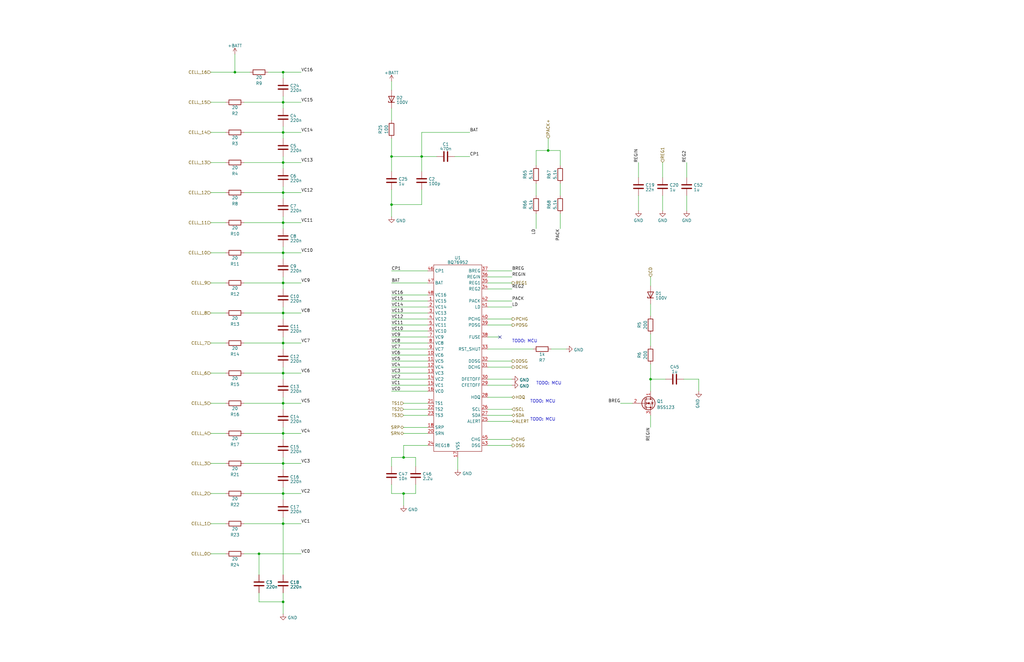
<source format=kicad_sch>
(kicad_sch (version 20230121) (generator eeschema)
  (paper "B")
  (title_block (title "Protection and Balancing") (date "2022-10-30") (rev "Rev 0") (company "QTech BMS Dept"))
  (lib_symbols
    (symbol "Device:C" (pin_numbers hide) (pin_names (offset 0.254))
      (property "Reference" "C" (at 0.635 2.54 0))
      (property "Value" "C" (at 0.635 -2.54 0))
      (symbol "C_0_1"
        (polyline (pts (xy -2.032 -0.762) (xy 2.032 -0.762)) (stroke (width 0.508)))
        (polyline (pts (xy -2.032 0.762) (xy 2.032 0.762)) (stroke (width 0.508)))
      )
      (symbol "C_1_1"
        (pin passive line (at 0 3.81 270) (length 2.794) (name "~") (number "1"))
        (pin passive line (at 0 -3.81 90) (length 2.794) (name "~") (number "2"))
      )
    )
    (symbol "Device:D_Zener" (pin_numbers hide) (pin_names (offset 1.016) hide)
      (property "Reference" "D" (at 0 2.54 0))
      (property "Value" "D_Zener" (at 0 -2.54 0))
      (symbol "D_Zener_0_1"
        (polyline (pts (xy 1.27 0) (xy -1.27 0)))
        (polyline (pts (xy -1.27 -1.27) (xy -1.27 1.27) (xy -0.762 1.27)) (stroke (width 0.254)))
        (polyline (pts (xy 1.27 -1.27) (xy 1.27 1.27) (xy -1.27 0) (xy 1.27 -1.27)) (stroke (width 0.254)))
      )
      (symbol "D_Zener_1_1"
        (pin passive line (at -3.81 0 0) (length 2.54) (name "K") (number "1"))
        (pin passive line (at 3.81 0 180) (length 2.54) (name "A") (number "2"))
      )
    )
    (symbol "Device:Q_NMOS_DGS" (pin_names (offset 0) hide)
      (property "Reference" "Q" (at 5.08 1.27 0))
      (property "Value" "Q_NMOS_DGS" (at 5.08 -1.27 0))
      (symbol "Q_NMOS_DGS_0_1"
        (polyline (pts (xy 0.254 0) (xy -2.54 0)))
        (polyline (pts (xy 0.254 1.905) (xy 0.254 -1.905)) (stroke (width 0.254)))
        (polyline (pts (xy 0.762 -1.27) (xy 0.762 -2.286)) (stroke (width 0.254)))
        (polyline (pts (xy 0.762 0.508) (xy 0.762 -0.508)) (stroke (width 0.254)))
        (polyline (pts (xy 0.762 2.286) (xy 0.762 1.27)) (stroke (width 0.254)))
        (polyline (pts (xy 2.54 2.54) (xy 2.54 1.778)))
        (polyline (pts (xy 2.54 -2.54) (xy 2.54 0) (xy 0.762 0)))
        (polyline (pts (xy 0.762 -1.778) (xy 3.302 -1.778) (xy 3.302 1.778) (xy 0.762 1.778)))
        (polyline (pts (xy 1.016 0) (xy 2.032 0.381) (xy 2.032 -0.381) (xy 1.016 0)) (fill (type outline)))
        (polyline (pts (xy 2.794 0.508) (xy 2.921 0.381) (xy 3.683 0.381) (xy 3.81 0.254)))
        (polyline (pts (xy 3.302 0.381) (xy 2.921 -0.254) (xy 3.683 -0.254) (xy 3.302 0.381)))
        (circle (center 1.651 0) (radius 2.794) (stroke (width 0.254)))
        (circle (center 2.54 -1.778) (radius 0.254) (fill (type outline)))
        (circle (center 2.54 1.778) (radius 0.254) (fill (type outline)))
      )
      (symbol "Q_NMOS_DGS_1_1"
        (pin passive line (at 2.54 5.08 270) (length 2.54) (name "D") (number "1"))
        (pin input line (at -5.08 0 0) (length 2.54) (name "G") (number "2"))
        (pin passive line (at 2.54 -5.08 90) (length 2.54) (name "S") (number "3"))
      )
    )
    (symbol "Device:R" (pin_numbers hide) (pin_names (offset 0))
      (property "Reference" "R" (at 2.032 0 90))
      (property "Value" "R" (at 0 0 90))
      (symbol "R_0_1"
        (rectangle (start -1.016 -2.54) (end 1.016 2.54) (stroke (width 0.254)))
      )
      (symbol "R_1_1"
        (pin passive line (at 0 3.81 270) (length 1.27) (name "~") (number "1"))
        (pin passive line (at 0 -3.81 90) (length 1.27) (name "~") (number "2"))
      )
    )
    (symbol "power:+BATT" (power) (pin_names (offset 0))
      (property "Value" "+BATT" (at 0 3.556 0))
      (symbol "+BATT_0_1"
        (polyline (pts (xy -0.762 1.27) (xy 0 2.54)))
        (polyline (pts (xy 0 0) (xy 0 2.54)))
        (polyline (pts (xy 0 2.54) (xy 0.762 1.27)))
      )
      (symbol "+BATT_1_1"
        (pin power_in line (at 0 0 90) (length 0) hide (name "+BATT") (number "1"))
      )
    )
    (symbol "power:GND" (power) (pin_names (offset 0))
      (property "Value" "GND" (at 0 -3.81 0))
      (symbol "GND_0_1"
        (polyline (pts (xy 0 0) (xy 0 -1.27) (xy 1.27 -1.27) (xy 0 -2.54) (xy -1.27 -1.27) (xy 0 -1.27)))
      )
      (symbol "GND_1_1"
        (pin power_in line (at 0 0 270) (length 0) hide (name "GND") (number "1"))
      )
    )
    (symbol "qtech:BQ76952"
      (property "Reference" "U" (at 0 34.29 0))
      (property "Value" "BQ76952" (at 0 31.75 0))
      (symbol "BQ76952_0_1"
        (rectangle (start -10.16 30.48) (end 10.16 -48.26) (stroke (width 0.1524)))
      )
      (symbol "BQ76952_1_1"
        (pin bidirectional line (at -12.7 15.24 0) (length 2.54) (name "VC15") (number "1"))
        (pin bidirectional line (at -12.7 -7.62 0) (length 2.54) (name "VC6") (number "10"))
        (pin bidirectional line (at -12.7 -10.16 0) (length 2.54) (name "VC5") (number "11"))
        (pin bidirectional line (at -12.7 -12.7 0) (length 2.54) (name "VC4") (number "12"))
        (pin bidirectional line (at -12.7 -15.24 0) (length 2.54) (name "VC3") (number "13"))
        (pin bidirectional line (at -12.7 -17.78 0) (length 2.54) (name "VC2") (number "14"))
        (pin bidirectional line (at -12.7 -20.32 0) (length 2.54) (name "VC1") (number "15"))
        (pin bidirectional line (at -12.7 -22.86 0) (length 2.54) (name "VC0") (number "16"))
        (pin power_in line (at 0 -50.8 90) (length 2.54) (name "VSS") (number "17"))
        (pin input line (at -12.7 -38.1 0) (length 2.54) (name "SRP") (number "18"))
        (pin no_connect line (at 40.64 12.7 180) (length 2.54) hide (name "NC") (number "19"))
        (pin bidirectional line (at -12.7 12.7 0) (length 2.54) (name "VC14") (number "2"))
        (pin input line (at -12.7 -40.64 0) (length 2.54) (name "SRN") (number "20"))
        (pin bidirectional line (at -12.7 -27.94 0) (length 2.54) (name "TS1") (number "21"))
        (pin bidirectional line (at -12.7 -30.48 0) (length 2.54) (name "TS2") (number "22"))
        (pin bidirectional line (at -12.7 -33.02 0) (length 2.54) (name "TS3") (number "23"))
        (pin power_out line (at -12.7 -45.72 0) (length 2.54) (name "REG18") (number "24"))
        (pin bidirectional line (at 12.7 -35.56 180) (length 2.54) (name "ALERT") (number "25"))
        (pin input line (at 12.7 -30.48 180) (length 2.54) (name "SCL") (number "26"))
        (pin input line (at 12.7 -33.02 180) (length 2.54) (name "SDA") (number "27"))
        (pin bidirectional line (at 12.7 -25.4 180) (length 2.54) (name "HDQ") (number "28"))
        (pin bidirectional line (at 12.7 -20.32 180) (length 2.54) (name "CFETOFF") (number "29"))
        (pin bidirectional line (at -12.7 10.16 0) (length 2.54) (name "VC13") (number "3"))
        (pin bidirectional line (at 12.7 -17.78 180) (length 2.54) (name "DFETOFF") (number "30"))
        (pin bidirectional line (at 12.7 -12.7 180) (length 2.54) (name "DCHG") (number "31"))
        (pin bidirectional line (at 12.7 -10.16 180) (length 2.54) (name "DDSG") (number "32"))
        (pin input line (at 12.7 -5.08 180) (length 2.54) (name "RST_SHUT") (number "33"))
        (pin power_out line (at 12.7 20.32 180) (length 2.54) (name "REG2") (number "34"))
        (pin power_out line (at 12.7 22.86 180) (length 2.54) (name "REG1") (number "35"))
        (pin power_in line (at 12.7 25.4 180) (length 2.54) (name "REGIN") (number "36"))
        (pin output line (at 12.7 27.94 180) (length 2.54) (name "BREG") (number "37"))
        (pin bidirectional line (at 12.7 0 180) (length 2.54) (name "FUSE") (number "38"))
        (pin output line (at 12.7 5.08 180) (length 2.54) (name "PDSG") (number "39"))
        (pin bidirectional line (at -12.7 7.62 0) (length 2.54) (name "VC12") (number "4"))
        (pin output line (at 12.7 7.62 180) (length 2.54) (name "PCHG") (number "40"))
        (pin bidirectional line (at 12.7 12.7 180) (length 2.54) (name "LD") (number "41"))
        (pin input line (at 12.7 15.24 180) (length 2.54) (name "PACK") (number "42"))
        (pin output line (at 12.7 -45.72 180) (length 2.54) (name "DSG") (number "43"))
        (pin no_connect line (at 40.64 10.16 180) (length 2.54) hide (name "NC") (number "44"))
        (pin output line (at 12.7 -43.18 180) (length 2.54) (name "CHG") (number "45"))
        (pin bidirectional line (at -12.7 27.94 0) (length 2.54) (name "CP1") (number "46"))
        (pin input line (at -12.7 22.86 0) (length 2.54) (name "BAT") (number "47"))
        (pin bidirectional line (at -12.7 17.78 0) (length 2.54) (name "VC16") (number "48"))
        (pin bidirectional line (at -12.7 5.08 0) (length 2.54) (name "VC11") (number "5"))
        (pin bidirectional line (at -12.7 2.54 0) (length 2.54) (name "VC10") (number "6"))
        (pin bidirectional line (at -12.7 0 0) (length 2.54) (name "VC9") (number "7"))
        (pin bidirectional line (at -12.7 -2.54 0) (length 2.54) (name "VC8") (number "8"))
        (pin bidirectional line (at -12.7 -5.08 0) (length 2.54) (name "VC7") (number "9"))
      )
    )
  )
  (junction (at 165.1 66.04))
  (junction (at 119.38 68.58))
  (junction (at 119.38 208.28))
  (junction (at 231.14 63.5))
  (junction (at 165.1 86.36))
  (junction (at 170.18 193.04))
  (junction (at 274.32 160.02))
  (junction (at 119.38 81.28))
  (junction (at 170.18 208.28))
  (junction (at 99.06 30.48))
  (junction (at 119.38 132.08))
  (junction (at 119.38 182.88))
  (junction (at 119.38 30.48))
  (junction (at 177.8 66.04))
  (junction (at 119.38 220.98))
  (junction (at 119.38 170.18))
  (junction (at 109.22 233.68))
  (junction (at 119.38 157.48))
  (junction (at 119.38 93.98))
  (junction (at 119.38 254))
  (junction (at 119.38 106.68))
  (junction (at 119.38 55.88))
  (junction (at 119.38 195.58))
  (junction (at 119.38 43.18))
  (junction (at 119.38 119.38))
  (junction (at 119.38 144.78))
  (no_connect (at 210.82 142.24))
  (wire (pts (xy 165.1 149.86) (xy 180.34 149.86)))
  (wire (pts (xy 191.77 66.04) (xy 198.12 66.04)))
  (wire (pts (xy 165.1 160.02) (xy 180.34 160.02)))
  (wire (pts (xy 88.9 195.58) (xy 95.25 195.58)))
  (wire (pts (xy 102.87 170.18) (xy 119.38 170.18)))
  (wire (pts (xy 274.32 128.27) (xy 274.32 133.35)))
  (wire (pts (xy 236.22 69.85) (xy 236.22 63.5)))
  (wire (pts (xy 102.87 43.18) (xy 119.38 43.18)))
  (wire (pts (xy 205.74 172.72) (xy 215.9 172.72)))
  (wire (pts (xy 119.38 55.88) (xy 119.38 58.42)))
  (wire (pts (xy 205.74 154.94) (xy 215.9 154.94)))
  (wire (pts (xy 175.26 196.85) (xy 175.26 193.04)))
  (wire (pts (xy 205.74 129.54) (xy 215.9 129.54)))
  (wire (pts (xy 177.8 66.04) (xy 177.8 55.88)))
  (wire (pts (xy 119.38 116.84) (xy 119.38 119.38)))
  (wire (pts (xy 88.9 81.28) (xy 95.25 81.28)))
  (wire (pts (xy 205.74 147.32) (xy 224.79 147.32)))
  (wire (pts (xy 119.38 68.58) (xy 119.38 71.12)))
  (wire (pts (xy 165.1 137.16) (xy 180.34 137.16)))
  (wire (pts (xy 119.38 254) (xy 119.38 259.08)))
  (wire (pts (xy 177.8 72.39) (xy 177.8 66.04)))
  (wire (pts (xy 232.41 147.32) (xy 238.76 147.32)))
  (wire (pts (xy 165.1 129.54) (xy 180.34 129.54)))
  (wire (pts (xy 180.34 182.88) (xy 170.18 182.88)))
  (wire (pts (xy 269.24 68.58) (xy 269.24 74.93)))
  (wire (pts (xy 119.38 205.74) (xy 119.38 208.28)))
  (wire (pts (xy 99.06 22.86) (xy 99.06 30.48)))
  (wire (pts (xy 165.1 132.08) (xy 180.34 132.08)))
  (wire (pts (xy 226.06 77.47) (xy 226.06 82.55)))
  (wire (pts (xy 119.38 167.64) (xy 119.38 170.18)))
  (wire (pts (xy 102.87 233.68) (xy 109.22 233.68)))
  (wire (pts (xy 165.1 80.01) (xy 165.1 86.36)))
  (wire (pts (xy 274.32 160.02) (xy 280.67 160.02)))
  (wire (pts (xy 119.38 157.48) (xy 127 157.48)))
  (wire (pts (xy 205.74 177.8) (xy 215.9 177.8)))
  (wire (pts (xy 205.74 116.84) (xy 215.9 116.84)))
  (wire (pts (xy 170.18 208.28) (xy 175.26 208.28)))
  (wire (pts (xy 109.22 233.68) (xy 127 233.68)))
  (wire (pts (xy 205.74 137.16) (xy 215.9 137.16)))
  (wire (pts (xy 119.38 132.08) (xy 119.38 134.62)))
  (wire (pts (xy 113.03 30.48) (xy 119.38 30.48)))
  (wire (pts (xy 119.38 66.04) (xy 119.38 68.58)))
  (wire (pts (xy 170.18 187.96) (xy 170.18 193.04)))
  (wire (pts (xy 193.04 193.04) (xy 193.04 198.12)))
  (wire (pts (xy 274.32 153.67) (xy 274.32 160.02)))
  (wire (pts (xy 119.38 250.19) (xy 119.38 254)))
  (wire (pts (xy 279.4 68.58) (xy 279.4 74.93)))
  (wire (pts (xy 88.9 170.18) (xy 95.25 170.18)))
  (wire (pts (xy 119.38 218.44) (xy 119.38 220.98)))
  (wire (pts (xy 119.38 157.48) (xy 119.38 160.02)))
  (wire (pts (xy 205.74 134.62) (xy 215.9 134.62)))
  (wire (pts (xy 119.38 68.58) (xy 127 68.58)))
  (wire (pts (xy 88.9 93.98) (xy 95.25 93.98)))
  (wire (pts (xy 99.06 30.48) (xy 105.41 30.48)))
  (wire (pts (xy 109.22 250.19) (xy 109.22 254)))
  (wire (pts (xy 119.38 180.34) (xy 119.38 182.88)))
  (wire (pts (xy 88.9 30.48) (xy 99.06 30.48)))
  (wire (pts (xy 165.1 34.29) (xy 165.1 38.1)))
  (wire (pts (xy 88.9 43.18) (xy 95.25 43.18)))
  (wire (pts (xy 119.38 195.58) (xy 127 195.58)))
  (wire (pts (xy 294.64 160.02) (xy 294.64 165.1)))
  (wire (pts (xy 170.18 193.04) (xy 165.1 193.04)))
  (wire (pts (xy 266.7 170.18) (xy 261.62 170.18)))
  (wire (pts (xy 119.38 93.98) (xy 119.38 96.52)))
  (wire (pts (xy 289.56 82.55) (xy 289.56 88.9)))
  (wire (pts (xy 88.9 68.58) (xy 95.25 68.58)))
  (wire (pts (xy 170.18 208.28) (xy 170.18 213.36)))
  (wire (pts (xy 288.29 160.02) (xy 294.64 160.02)))
  (wire (pts (xy 236.22 96.52) (xy 236.22 90.17)))
  (wire (pts (xy 119.38 208.28) (xy 127 208.28)))
  (wire (pts (xy 88.9 119.38) (xy 95.25 119.38)))
  (wire (pts (xy 205.74 152.4) (xy 215.9 152.4)))
  (wire (pts (xy 119.38 30.48) (xy 127 30.48)))
  (wire (pts (xy 119.38 220.98) (xy 127 220.98)))
  (wire (pts (xy 205.74 119.38) (xy 215.9 119.38)))
  (wire (pts (xy 119.38 144.78) (xy 127 144.78)))
  (wire (pts (xy 180.34 180.34) (xy 170.18 180.34)))
  (wire (pts (xy 102.87 68.58) (xy 119.38 68.58)))
  (wire (pts (xy 180.34 172.72) (xy 170.18 172.72)))
  (wire (pts (xy 165.1 86.36) (xy 177.8 86.36)))
  (wire (pts (xy 165.1 66.04) (xy 177.8 66.04)))
  (wire (pts (xy 231.14 63.5) (xy 236.22 63.5)))
  (wire (pts (xy 102.87 132.08) (xy 119.38 132.08)))
  (wire (pts (xy 226.06 63.5) (xy 226.06 69.85)))
  (wire (pts (xy 102.87 81.28) (xy 119.38 81.28)))
  (wire (pts (xy 177.8 55.88) (xy 198.12 55.88)))
  (wire (pts (xy 279.4 82.55) (xy 279.4 88.9)))
  (wire (pts (xy 102.87 220.98) (xy 119.38 220.98)))
  (wire (pts (xy 205.74 114.3) (xy 215.9 114.3)))
  (wire (pts (xy 119.38 78.74) (xy 119.38 81.28)))
  (wire (pts (xy 88.9 157.48) (xy 95.25 157.48)))
  (wire (pts (xy 102.87 106.68) (xy 119.38 106.68)))
  (wire (pts (xy 165.1 204.47) (xy 165.1 208.28)))
  (wire (pts (xy 165.1 58.42) (xy 165.1 66.04)))
  (wire (pts (xy 102.87 93.98) (xy 119.38 93.98)))
  (wire (pts (xy 88.9 106.68) (xy 95.25 106.68)))
  (wire (pts (xy 102.87 157.48) (xy 119.38 157.48)))
  (wire (pts (xy 269.24 82.55) (xy 269.24 88.9)))
  (wire (pts (xy 274.32 140.97) (xy 274.32 146.05)))
  (wire (pts (xy 119.38 40.64) (xy 119.38 43.18)))
  (wire (pts (xy 205.74 160.02) (xy 215.9 160.02)))
  (wire (pts (xy 175.26 208.28) (xy 175.26 204.47)))
  (wire (pts (xy 205.74 121.92) (xy 215.9 121.92)))
  (wire (pts (xy 165.1 142.24) (xy 180.34 142.24)))
  (wire (pts (xy 165.1 208.28) (xy 170.18 208.28)))
  (wire (pts (xy 102.87 195.58) (xy 119.38 195.58)))
  (wire (pts (xy 88.9 144.78) (xy 95.25 144.78)))
  (wire (pts (xy 165.1 66.04) (xy 165.1 72.39)))
  (wire (pts (xy 119.38 55.88) (xy 127 55.88)))
  (wire (pts (xy 119.38 182.88) (xy 127 182.88)))
  (wire (pts (xy 165.1 124.46) (xy 180.34 124.46)))
  (wire (pts (xy 205.74 162.56) (xy 215.9 162.56)))
  (wire (pts (xy 88.9 220.98) (xy 95.25 220.98)))
  (wire (pts (xy 119.38 81.28) (xy 119.38 83.82)))
  (wire (pts (xy 119.38 119.38) (xy 119.38 121.92)))
  (wire (pts (xy 289.56 68.58) (xy 289.56 74.93)))
  (wire (pts (xy 165.1 127) (xy 180.34 127)))
  (wire (pts (xy 119.38 43.18) (xy 127 43.18)))
  (wire (pts (xy 236.22 82.55) (xy 236.22 77.47)))
  (wire (pts (xy 274.32 160.02) (xy 274.32 165.1)))
  (wire (pts (xy 119.38 220.98) (xy 119.38 242.57)))
  (wire (pts (xy 119.38 142.24) (xy 119.38 144.78)))
  (wire (pts (xy 119.38 195.58) (xy 119.38 198.12)))
  (wire (pts (xy 102.87 182.88) (xy 119.38 182.88)))
  (wire (pts (xy 274.32 175.26) (xy 274.32 180.34)))
  (wire (pts (xy 119.38 106.68) (xy 119.38 109.22)))
  (wire (pts (xy 119.38 193.04) (xy 119.38 195.58)))
  (wire (pts (xy 165.1 45.72) (xy 165.1 50.8)))
  (wire (pts (xy 88.9 132.08) (xy 95.25 132.08)))
  (wire (pts (xy 119.38 144.78) (xy 119.38 147.32)))
  (wire (pts (xy 109.22 233.68) (xy 109.22 242.57)))
  (wire (pts (xy 119.38 93.98) (xy 127 93.98)))
  (wire (pts (xy 119.38 43.18) (xy 119.38 45.72)))
  (wire (pts (xy 102.87 208.28) (xy 119.38 208.28)))
  (wire (pts (xy 102.87 144.78) (xy 119.38 144.78)))
  (wire (pts (xy 165.1 134.62) (xy 180.34 134.62)))
  (wire (pts (xy 119.38 132.08) (xy 127 132.08)))
  (wire (pts (xy 88.9 55.88) (xy 95.25 55.88)))
  (wire (pts (xy 102.87 55.88) (xy 119.38 55.88)))
  (wire (pts (xy 119.38 104.14) (xy 119.38 106.68)))
  (wire (pts (xy 119.38 170.18) (xy 119.38 172.72)))
  (wire (pts (xy 109.22 254) (xy 119.38 254)))
  (wire (pts (xy 231.14 63.5) (xy 231.14 58.42)))
  (wire (pts (xy 175.26 193.04) (xy 170.18 193.04)))
  (wire (pts (xy 205.74 185.42) (xy 215.9 185.42)))
  (wire (pts (xy 177.8 86.36) (xy 177.8 80.01)))
  (wire (pts (xy 165.1 193.04) (xy 165.1 196.85)))
  (wire (pts (xy 226.06 63.5) (xy 231.14 63.5)))
  (wire (pts (xy 205.74 175.26) (xy 215.9 175.26)))
  (wire (pts (xy 88.9 208.28) (xy 95.25 208.28)))
  (wire (pts (xy 119.38 81.28) (xy 127 81.28)))
  (wire (pts (xy 119.38 91.44) (xy 119.38 93.98)))
  (wire (pts (xy 165.1 165.1) (xy 180.34 165.1)))
  (wire (pts (xy 119.38 208.28) (xy 119.38 210.82)))
  (wire (pts (xy 165.1 139.7) (xy 180.34 139.7)))
  (wire (pts (xy 205.74 142.24) (xy 210.82 142.24)))
  (wire (pts (xy 165.1 144.78) (xy 180.34 144.78)))
  (wire (pts (xy 165.1 152.4) (xy 180.34 152.4)))
  (wire (pts (xy 165.1 86.36) (xy 165.1 91.44)))
  (wire (pts (xy 119.38 154.94) (xy 119.38 157.48)))
  (wire (pts (xy 205.74 127) (xy 215.9 127)))
  (wire (pts (xy 119.38 129.54) (xy 119.38 132.08)))
  (wire (pts (xy 205.74 187.96) (xy 215.9 187.96)))
  (wire (pts (xy 165.1 114.3) (xy 180.34 114.3)))
  (wire (pts (xy 170.18 187.96) (xy 180.34 187.96)))
  (wire (pts (xy 102.87 119.38) (xy 119.38 119.38)))
  (wire (pts (xy 180.34 175.26) (xy 170.18 175.26)))
  (wire (pts (xy 119.38 30.48) (xy 119.38 33.02)))
  (wire (pts (xy 226.06 90.17) (xy 226.06 96.52)))
  (wire (pts (xy 180.34 170.18) (xy 170.18 170.18)))
  (wire (pts (xy 88.9 233.68) (xy 95.25 233.68)))
  (wire (pts (xy 119.38 182.88) (xy 119.38 185.42)))
  (wire (pts (xy 165.1 154.94) (xy 180.34 154.94)))
  (wire (pts (xy 165.1 162.56) (xy 180.34 162.56)))
  (wire (pts (xy 119.38 53.34) (xy 119.38 55.88)))
  (wire (pts (xy 165.1 119.38) (xy 180.34 119.38)))
  (wire (pts (xy 119.38 170.18) (xy 127 170.18)))
  (wire (pts (xy 205.74 167.64) (xy 215.9 167.64)))
  (wire (pts (xy 177.8 66.04) (xy 184.15 66.04)))
  (wire (pts (xy 165.1 157.48) (xy 180.34 157.48)))
  (wire (pts (xy 119.38 119.38) (xy 127 119.38)))
  (wire (pts (xy 88.9 182.88) (xy 95.25 182.88)))
  (wire (pts (xy 274.32 116.84) (xy 274.32 120.65)))
  (wire (pts (xy 165.1 147.32) (xy 180.34 147.32)))
  (wire (pts (xy 119.38 106.68) (xy 127 106.68)))
  (text "TODO: MCU" (at 226.06 162.56 0) (effects (font (size 1.27 1.27)) (justify left bottom)))
  (text "TODO: MCU" (at 223.52 170.18 0) (effects (font (size 1.27 1.27)) (justify left bottom)))
  (text "TODO: MCU" (at 215.9 144.78 0) (effects (font (size 1.27 1.27)) (justify left bottom)))
  (text "TODO: MCU" (at 223.52 177.8 0) (effects (font (size 1.27 1.27)) (justify left bottom)))
  (label "VC7" (at 127 144.78 0))
  (label "VC4" (at 165.1 154.94 0))
  (label "BAT" (at 198.12 55.88 0))
  (label "LD" (at 226.06 96.52 270))
  (label "VC1" (at 127 220.98 0))
  (label "VC5" (at 127 170.18 0))
  (label "VC0" (at 127 233.68 0))
  (label "VC15" (at 127 43.18 0))
  (label "LD" (at 215.9 129.54 0))
  (label "BAT" (at 165.1 119.38 0))
  (label "VC10" (at 165.1 139.7 0))
  (label "VC3" (at 127 195.58 0))
  (label "VC15" (at 165.1 127 0))
  (label "REGIN" (at 269.24 68.58 90))
  (label "PACK" (at 215.9 127 0))
  (label "VC3" (at 165.1 157.48 0))
  (label "REGIN" (at 215.9 116.84 0))
  (label "VC14" (at 165.1 129.54 0))
  (label "VC0" (at 165.1 165.1 0))
  (label "VC6" (at 165.1 149.86 0))
  (label "VC16" (at 165.1 124.46 0))
  (label "VC13" (at 165.1 132.08 0))
  (label "VC6" (at 127 157.48 0))
  (label "VC4" (at 127 182.88 0))
  (label "CP1" (at 198.12 66.04 0))
  (label "VC16" (at 127 30.48 0))
  (label "VC7" (at 165.1 147.32 0))
  (label "VC12" (at 165.1 134.62 0))
  (label "VC1" (at 165.1 162.56 0))
  (label "VC12" (at 127 81.28 0))
  (label "VC9" (at 165.1 142.24 0))
  (label "VC10" (at 127 106.68 0))
  (label "BREG" (at 261.62 170.18 180))
  (label "VC13" (at 127 68.58 0))
  (label "VC11" (at 127 93.98 0))
  (label "VC11" (at 165.1 137.16 0))
  (label "CP1" (at 165.1 114.3 0))
  (label "VC9" (at 127 119.38 0))
  (label "PACK" (at 236.22 96.52 270))
  (label "REG2" (at 215.9 121.92 0))
  (label "BREG" (at 215.9 114.3 0))
  (label "VC8" (at 127 132.08 0))
  (label "VC2" (at 165.1 160.02 0))
  (label "VC5" (at 165.1 152.4 0))
  (label "REGIN" (at 274.32 180.34 270))
  (label "VC14" (at 127 55.88 0))
  (label "VC8" (at 165.1 144.78 0))
  (label "REG2" (at 289.56 68.58 90))
  (label "VC2" (at 127 208.28 0))
  (hierarchical_label "PDSG" (shape output) (at 215.9 137.16 0))
  (hierarchical_label "SRP" (shape bidirectional) (at 170.18 180.34 180))
  (hierarchical_label "DSG" (shape output) (at 215.9 187.96 0))
  (hierarchical_label "CELL_13" (shape input) (at 88.9 68.58 180))
  (hierarchical_label "CELL_2" (shape input) (at 88.9 208.28 180))
  (hierarchical_label "CELL_14" (shape input) (at 88.9 55.88 180))
  (hierarchical_label "CELL_0" (shape input) (at 88.9 233.68 180))
  (hierarchical_label "CELL_15" (shape input) (at 88.9 43.18 180))
  (hierarchical_label "CELL_9" (shape input) (at 88.9 119.38 180))
  (hierarchical_label "REG1" (shape input) (at 279.4 68.58 90))
  (hierarchical_label "CELL_5" (shape input) (at 88.9 170.18 180))
  (hierarchical_label "CELL_3" (shape input) (at 88.9 195.58 180))
  (hierarchical_label "TS1" (shape input) (at 170.18 170.18 180))
  (hierarchical_label "TS2" (shape input) (at 170.18 172.72 180))
  (hierarchical_label "CELL_16" (shape input) (at 88.9 30.48 180))
  (hierarchical_label "CELL_10" (shape input) (at 88.9 106.68 180))
  (hierarchical_label "SCL" (shape input) (at 215.9 172.72 0))
  (hierarchical_label "CELL_7" (shape input) (at 88.9 144.78 180))
  (hierarchical_label "CELL_1" (shape input) (at 88.9 220.98 180))
  (hierarchical_label "CELL_4" (shape input) (at 88.9 182.88 180))
  (hierarchical_label "PACK+" (shape input) (at 231.14 58.42 90))
  (hierarchical_label "DDSG" (shape output) (at 215.9 152.4 0))
  (hierarchical_label "SRN" (shape bidirectional) (at 170.18 182.88 180))
  (hierarchical_label "DCHG" (shape output) (at 215.9 154.94 0))
  (hierarchical_label "PCHG" (shape output) (at 215.9 134.62 0))
  (hierarchical_label "TS3" (shape input) (at 170.18 175.26 180))
  (hierarchical_label "REG1" (shape output) (at 215.9 119.38 0))
  (hierarchical_label "SDA" (shape bidirectional) (at 215.9 175.26 0))
  (hierarchical_label "CHG" (shape output) (at 215.9 185.42 0))
  (hierarchical_label "CELL_11" (shape input) (at 88.9 93.98 180))
  (hierarchical_label "CELL_8" (shape input) (at 88.9 132.08 180))
  (hierarchical_label "HDQ" (shape bidirectional) (at 215.9 167.64 0))
  (hierarchical_label "ALERT" (shape bidirectional) (at 215.9 177.8 0))
  (hierarchical_label "CD" (shape input) (at 274.32 116.84 90))
  (hierarchical_label "CELL_12" (shape input) (at 88.9 81.28 180))
  (hierarchical_label "CELL_6" (shape input) (at 88.9 157.48 180))
  (symbol (lib_id "Device:R") (at 236.22 73.66 180) (unit 1)
    (property "Reference" "R67" (at 231.5042 73.66 90))
    (property "Value" "5.1k" (at 234.0411 73.66 90))
    (property "Footprint" "Resistor_SMD:R_0805_2012Metric" (effects hide))
  )
  (symbol (lib_id "Device:C") (at 269.24 78.74 180) (unit 1)
    (property "Reference" "C19" (at 272.161 78.0963 0) (effects (justify right)))
    (property "Value" "22n" (at 272.161 80.0173 0) (effects (justify right)))
    (property "Footprint" "Capacitor_SMD:C_0603_1608Metric" (effects hide))
    (property "Src_Value" "C_ine" (effects hide))
    (property "Src_Page" "20" (effects hide))
  )
  (symbol (lib_id "Device:R") (at 99.06 43.18 270) (unit 1)
    (property "Reference" "R2" (at 99.06 47.8958 90))
    (property "Value" "20" (at 99.06 45.3589 90))
    (property "Footprint" "Resistor_SMD:R_1210_3225Metric" (effects hide))
  )
  (symbol (lib_id "Device:R") (at 226.06 86.36 180) (unit 1)
    (property "Reference" "R66" (at 221.3442 86.36 90))
    (property "Value" "5.1k" (at 223.8811 86.36 90))
    (property "Footprint" "Resistor_SMD:R_0805_2012Metric" (effects hide))
  )
  (symbol (lib_id "Device:R") (at 99.06 119.38 270) (unit 1)
    (property "Reference" "R12" (at 99.06 124.0958 90))
    (property "Value" "20" (at 99.06 121.5589 90))
    (property "Footprint" "Resistor_SMD:R_1210_3225Metric" (effects hide))
  )
  (symbol (lib_id "Device:R") (at 99.06 132.08 270) (unit 1)
    (property "Reference" "R13" (at 99.06 136.7958 90))
    (property "Value" "20" (at 99.06 134.2589 90))
    (property "Footprint" "Resistor_SMD:R_1210_3225Metric" (effects hide))
  )
  (symbol (lib_id "Device:C") (at 119.38 113.03 0) (unit 1)
    (property "Reference" "C9" (at 122.301 112.3863 0) (effects (justify left)))
    (property "Value" "220n" (at 122.301 114.3073 0) (effects (justify left)))
    (property "Footprint" "Capacitor_SMD:C_0603_1608Metric" (effects hide))
    (property "Src_Value" "C_ine" (effects hide))
    (property "Src_Page" "20" (effects hide))
  )
  (symbol (lib_id "Device:D_Zener") (at 165.1 41.91 90) (unit 1)
    (property "Reference" "D2" (at 167.132 41.2663 90) (effects (justify right)))
    (property "Value" "100V" (at 167.132 43.1873 90) (effects (justify right)))
    (property "Footprint" "Diode_SMD:D_SMB" (effects hide))
  )
  (symbol (lib_id "Device:C") (at 165.1 76.2 180) (unit 1)
    (property "Reference" "C25" (at 168.021 75.5563 0) (effects (justify right)))
    (property "Value" "1u" (at 168.021 77.4773 0) (effects (justify right)))
    (property "Footprint" "Capacitor_SMD:C_0603_1608Metric" (effects hide))
    (property "Src_Value" "C_ine" (effects hide))
    (property "Src_Page" "20" (effects hide))
  )
  (symbol (lib_id "Device:R") (at 99.06 208.28 270) (unit 1)
    (property "Reference" "R22" (at 99.06 212.9958 90))
    (property "Value" "20" (at 99.06 210.4589 90))
    (property "Footprint" "Resistor_SMD:R_1210_3225Metric" (effects hide))
  )
  (symbol (lib_id "Device:C") (at 289.56 78.74 180) (unit 1)
    (property "Reference" "C52" (at 292.481 78.0963 0) (effects (justify right)))
    (property "Value" "1u" (at 292.481 80.0173 0) (effects (justify right)))
    (property "Footprint" "Capacitor_SMD:C_0603_1608Metric" (effects hide))
    (property "Src_Value" "C_ine" (effects hide))
    (property "Src_Page" "20" (effects hide))
  )
  (symbol (lib_id "Device:R") (at 99.06 233.68 270) (unit 1)
    (property "Reference" "R24" (at 99.06 238.3958 90))
    (property "Value" "20" (at 99.06 235.8589 90))
    (property "Footprint" "Resistor_SMD:R_1210_3225Metric" (effects hide))
  )
  (symbol (lib_id "Device:R") (at 236.22 86.36 180) (unit 1)
    (property "Reference" "R68" (at 231.5042 86.36 90))
    (property "Value" "5.1k" (at 234.0411 86.36 90))
    (property "Footprint" "Resistor_SMD:R_0805_2012Metric" (effects hide))
  )
  (symbol (lib_id "power:GND") (at 269.24 88.9 0) (unit 1)
    (property "Reference" "#PWR09" (effects hide))
    (property "Value" "GND" (at 269.24 93.0355 0))
  )
  (symbol (lib_id "Device:C") (at 279.4 78.74 180) (unit 1)
    (property "Reference" "C20" (at 282.321 78.0963 0) (effects (justify right)))
    (property "Value" "1u" (at 282.321 80.0173 0) (effects (justify right)))
    (property "Footprint" "Capacitor_SMD:C_0603_1608Metric" (effects hide))
    (property "Src_Value" "C_ine" (effects hide))
    (property "Src_Page" "20" (effects hide))
  )
  (symbol (lib_id "power:+BATT") (at 99.06 22.86 0) (unit 1)
    (property "Reference" "#PWR03" (effects hide))
    (property "Value" "+BATT" (at 99.06 19.2842 0))
  )
  (symbol (lib_id "Device:C") (at 119.38 214.63 0) (unit 1)
    (property "Reference" "C17" (at 122.301 213.9863 0) (effects (justify left)))
    (property "Value" "220n" (at 122.301 215.9073 0) (effects (justify left)))
    (property "Footprint" "Capacitor_SMD:C_0603_1608Metric" (effects hide))
    (property "Src_Value" "C_ine" (effects hide))
    (property "Src_Page" "20" (effects hide))
  )
  (symbol (lib_id "Device:R") (at 99.06 93.98 270) (unit 1)
    (property "Reference" "R10" (at 99.06 98.6958 90))
    (property "Value" "20" (at 99.06 96.1589 90))
    (property "Footprint" "Resistor_SMD:R_1210_3225Metric" (effects hide))
  )
  (symbol (lib_id "Device:C") (at 119.38 138.43 0) (unit 1)
    (property "Reference" "C11" (at 122.301 137.7863 0) (effects (justify left)))
    (property "Value" "220n" (at 122.301 139.7073 0) (effects (justify left)))
    (property "Footprint" "Capacitor_SMD:C_0603_1608Metric" (effects hide))
    (property "Src_Value" "C_ine" (effects hide))
    (property "Src_Page" "20" (effects hide))
  )
  (symbol (lib_id "Device:C") (at 284.48 160.02 270) (unit 1)
    (property "Reference" "C45" (at 284.48 154.8511 90))
    (property "Value" "1u" (at 284.48 156.7721 90))
    (property "Footprint" "Capacitor_SMD:C_1210_3225Metric" (effects hide))
    (property "Src_Value" "C_ine" (effects hide))
    (property "Src_Page" "20" (effects hide))
  )
  (symbol (lib_id "Device:C") (at 119.38 163.83 0) (unit 1)
    (property "Reference" "C13" (at 122.301 163.1863 0) (effects (justify left)))
    (property "Value" "220n" (at 122.301 165.1073 0) (effects (justify left)))
    (property "Footprint" "Capacitor_SMD:C_0603_1608Metric" (effects hide))
    (property "Src_Value" "C_ine" (effects hide))
    (property "Src_Page" "20" (effects hide))
  )
  (symbol (lib_id "Device:R") (at 99.06 195.58 270) (unit 1)
    (property "Reference" "R21" (at 99.06 200.2958 90))
    (property "Value" "20" (at 99.06 197.7589 90))
    (property "Footprint" "Resistor_SMD:R_1210_3225Metric" (effects hide))
  )
  (symbol (lib_id "power:GND") (at 238.76 147.32 90) (unit 1)
    (property "Reference" "#PWR033" (effects hide))
    (property "Value" "GND" (at 241.935 147.6368 90) (effects (justify right)))
  )
  (symbol (lib_id "Device:C") (at 109.22 246.38 0) (unit 1)
    (property "Reference" "C3" (at 112.141 245.7363 0) (effects (justify left)))
    (property "Value" "220n" (at 112.141 247.6573 0) (effects (justify left)))
    (property "Footprint" "Capacitor_SMD:C_0603_1608Metric" (effects hide))
    (property "Src_Value" "C_ine" (effects hide))
    (property "Src_Page" "20" (effects hide))
  )
  (symbol (lib_id "Device:R") (at 99.06 106.68 270) (unit 1)
    (property "Reference" "R11" (at 99.06 111.3958 90))
    (property "Value" "20" (at 99.06 108.8589 90))
    (property "Footprint" "Resistor_SMD:R_1210_3225Metric" (effects hide))
  )
  (symbol (lib_id "Device:R") (at 228.6 147.32 270) (unit 1)
    (property "Reference" "R7" (at 228.6 152.0358 90))
    (property "Value" "1k" (at 228.6 149.4989 90))
    (property "Footprint" "Resistor_SMD:R_0805_2012Metric" (effects hide))
  )
  (symbol (lib_id "Device:C") (at 119.38 151.13 0) (unit 1)
    (property "Reference" "C12" (at 122.301 150.4863 0) (effects (justify left)))
    (property "Value" "220n" (at 122.301 152.4073 0) (effects (justify left)))
    (property "Footprint" "Capacitor_SMD:C_0603_1608Metric" (effects hide))
    (property "Src_Value" "C_ine" (effects hide))
    (property "Src_Page" "20" (effects hide))
  )
  (symbol (lib_id "Device:R") (at 226.06 73.66 180) (unit 1)
    (property "Reference" "R65" (at 221.3442 73.66 90))
    (property "Value" "5.1k" (at 223.8811 73.66 90))
    (property "Footprint" "Resistor_SMD:R_0805_2012Metric" (effects hide))
  )
  (symbol (lib_id "power:GND") (at 294.64 165.1 0) (unit 1)
    (property "Reference" "#PWR012" (effects hide))
    (property "Value" "GND" (at 294.2062 168.275 90) (effects (justify right)))
  )
  (symbol (lib_id "Device:R") (at 109.22 30.48 270) (unit 1)
    (property "Reference" "R9" (at 109.22 35.1958 90))
    (property "Value" "20" (at 109.22 32.6589 90))
    (property "Footprint" "Resistor_SMD:R_1210_3225Metric" (effects hide))
  )
  (symbol (lib_id "power:GND") (at 170.18 213.36 0) (unit 1)
    (property "Reference" "#PWR032" (effects hide))
    (property "Value" "GND" (at 172.085 215.0638 0) (effects (justify left)))
  )
  (symbol (lib_id "Device:R") (at 274.32 137.16 180) (unit 1)
    (property "Reference" "R5" (at 269.6042 137.16 90))
    (property "Value" "200" (at 272.1411 137.16 90))
    (property "Footprint" "Resistor_SMD:R_0805_2012Metric" (effects hide))
  )
  (symbol (lib_id "Device:Q_NMOS_DGS") (at 271.78 170.18 0) (unit 1)
    (property "Reference" "Q1" (at 276.9869 169.3453 0) (effects (justify left)))
    (property "Value" "BSS123" (at 276.9869 171.8822 0) (effects (justify left)))
    (property "Footprint" "Package_TO_SOT_SMD:SOT-23" (effects hide))
    (property "Src_Value" "bal_fet" (effects hide))
  )
  (symbol (lib_id "Device:C") (at 119.38 201.93 0) (unit 1)
    (property "Reference" "C16" (at 122.301 201.2863 0) (effects (justify left)))
    (property "Value" "220n" (at 122.301 203.2073 0) (effects (justify left)))
    (property "Footprint" "Capacitor_SMD:C_0603_1608Metric" (effects hide))
    (property "Src_Value" "C_ine" (effects hide))
    (property "Src_Page" "20" (effects hide))
  )
  (symbol (lib_id "power:GND") (at 279.4 88.9 0) (unit 1)
    (property "Reference" "#PWR08" (effects hide))
    (property "Value" "GND" (at 279.4 93.0355 0))
  )
  (symbol (lib_id "Device:C") (at 177.8 76.2 180) (unit 1)
    (property "Reference" "C2" (at 180.721 75.5563 0) (effects (justify right)))
    (property "Value" "100p" (at 180.721 77.4773 0) (effects (justify right)))
    (property "Footprint" "Capacitor_SMD:C_0603_1608Metric" (effects hide))
    (property "Src_Value" "C_ine" (effects hide))
    (property "Src_Page" "20" (effects hide))
  )
  (symbol (lib_id "power:GND") (at 165.1 91.44 0) (unit 1)
    (property "Reference" "#PWR04" (effects hide))
    (property "Value" "GND" (at 167.005 93.1438 0) (effects (justify left)))
  )
  (symbol (lib_id "Device:R") (at 99.06 81.28 270) (unit 1)
    (property "Reference" "R8" (at 99.06 85.9958 90))
    (property "Value" "20" (at 99.06 83.4589 90))
    (property "Footprint" "Resistor_SMD:R_1210_3225Metric" (effects hide))
  )
  (symbol (lib_id "Device:R") (at 99.06 220.98 270) (unit 1)
    (property "Reference" "R23" (at 99.06 225.6958 90))
    (property "Value" "20" (at 99.06 223.1589 90))
    (property "Footprint" "Resistor_SMD:R_1210_3225Metric" (effects hide))
  )
  (symbol (lib_id "Device:R") (at 99.06 157.48 270) (unit 1)
    (property "Reference" "R15" (at 99.06 162.1958 90))
    (property "Value" "20" (at 99.06 159.6589 90))
    (property "Footprint" "Resistor_SMD:R_1210_3225Metric" (effects hide))
  )
  (symbol (lib_id "Device:C") (at 119.38 246.38 0) (unit 1)
    (property "Reference" "C18" (at 122.301 245.7363 0) (effects (justify left)))
    (property "Value" "220n" (at 122.301 247.6573 0) (effects (justify left)))
    (property "Footprint" "Capacitor_SMD:C_0603_1608Metric" (effects hide))
    (property "Src_Value" "C_ine" (effects hide))
    (property "Src_Page" "20" (effects hide))
  )
  (symbol (lib_id "Device:C") (at 165.1 200.66 180) (unit 1)
    (property "Reference" "C47" (at 168.021 200.0163 0) (effects (justify right)))
    (property "Value" "10n" (at 168.021 201.9373 0) (effects (justify right)))
    (property "Footprint" "Capacitor_SMD:C_0603_1608Metric" (effects hide))
    (property "Src_Value" "C_ine" (effects hide))
    (property "Src_Page" "20" (effects hide))
  )
  (symbol (lib_id "Device:C") (at 119.38 176.53 0) (unit 1)
    (property "Reference" "C14" (at 122.301 175.8863 0) (effects (justify left)))
    (property "Value" "220n" (at 122.301 177.8073 0) (effects (justify left)))
    (property "Footprint" "Capacitor_SMD:C_0603_1608Metric" (effects hide))
    (property "Src_Value" "C_ine" (effects hide))
    (property "Src_Page" "20" (effects hide))
  )
  (symbol (lib_id "Device:R") (at 274.32 149.86 180) (unit 1)
    (property "Reference" "R6" (at 269.6042 149.86 90))
    (property "Value" "200" (at 272.1411 149.86 90))
    (property "Footprint" "Resistor_SMD:R_0805_2012Metric" (effects hide))
  )
  (symbol (lib_id "Device:R") (at 99.06 144.78 270) (unit 1)
    (property "Reference" "R14" (at 99.06 149.4958 90))
    (property "Value" "20" (at 99.06 146.9589 90))
    (property "Footprint" "Resistor_SMD:R_1210_3225Metric" (effects hide))
  )
  (symbol (lib_id "power:GND") (at 215.9 160.02 90) (unit 1)
    (property "Reference" "#PWR014" (effects hide))
    (property "Value" "GND" (at 219.075 160.3368 90) (effects (justify right)))
  )
  (symbol (lib_id "Device:C") (at 175.26 200.66 180) (unit 1)
    (property "Reference" "C46" (at 178.181 200.0163 0) (effects (justify right)))
    (property "Value" "2.2u" (at 178.181 201.9373 0) (effects (justify right)))
    (property "Footprint" "Capacitor_SMD:C_0603_1608Metric" (effects hide))
    (property "Src_Value" "C_ine" (effects hide))
    (property "Src_Page" "20" (effects hide))
  )
  (symbol (lib_id "Device:C") (at 119.38 100.33 0) (unit 1)
    (property "Reference" "C8" (at 122.301 99.6863 0) (effects (justify left)))
    (property "Value" "220n" (at 122.301 101.6073 0) (effects (justify left)))
    (property "Footprint" "Capacitor_SMD:C_0603_1608Metric" (effects hide))
    (property "Src_Value" "C_ine" (effects hide))
    (property "Src_Page" "20" (effects hide))
  )
  (symbol (lib_id "Device:D_Zener") (at 274.32 124.46 90) (unit 1)
    (property "Reference" "D1" (at 276.352 123.8163 90) (effects (justify right)))
    (property "Value" "100V" (at 276.352 125.7373 90) (effects (justify right)))
    (property "Footprint" "Diode_SMD:D_SMB" (effects hide))
  )
  (symbol (lib_id "Device:C") (at 119.38 125.73 0) (unit 1)
    (property "Reference" "C10" (at 122.301 125.0863 0) (effects (justify left)))
    (property "Value" "220n" (at 122.301 127.0073 0) (effects (justify left)))
    (property "Footprint" "Capacitor_SMD:C_0603_1608Metric" (effects hide))
    (property "Src_Value" "C_ine" (effects hide))
    (property "Src_Page" "20" (effects hide))
  )
  (symbol (lib_id "power:GND") (at 193.04 198.12 0) (unit 1)
    (property "Reference" "#PWR06" (effects hide))
    (property "Value" "GND" (at 194.945 199.8238 0) (effects (justify left)))
  )
  (symbol (lib_id "power:GND") (at 215.9 162.56 90) (unit 1)
    (property "Reference" "#PWR013" (effects hide))
    (property "Value" "GND" (at 219.075 162.8768 90) (effects (justify right)))
  )
  (symbol (lib_id "Device:C") (at 119.38 49.53 0) (unit 1)
    (property "Reference" "C4" (at 122.301 48.8863 0) (effects (justify left)))
    (property "Value" "220n" (at 122.301 50.8073 0) (effects (justify left)))
    (property "Footprint" "Capacitor_SMD:C_0603_1608Metric" (effects hide))
    (property "Src_Value" "C_ine" (effects hide))
    (property "Src_Page" "20" (effects hide))
  )
  (symbol (lib_id "Device:C") (at 119.38 74.93 0) (unit 1)
    (property "Reference" "C6" (at 122.301 74.2863 0) (effects (justify left)))
    (property "Value" "220n" (at 122.301 76.2073 0) (effects (justify left)))
    (property "Footprint" "Capacitor_SMD:C_0603_1608Metric" (effects hide))
    (property "Src_Value" "C_ine" (effects hide))
    (property "Src_Page" "20" (effects hide))
  )
  (symbol (lib_id "Device:R") (at 99.06 170.18 270) (unit 1)
    (property "Reference" "R16" (at 99.06 174.8958 90))
    (property "Value" "20" (at 99.06 172.3589 90))
    (property "Footprint" "Resistor_SMD:R_1210_3225Metric" (effects hide))
  )
  (symbol (lib_id "power:GND") (at 289.56 88.9 0) (unit 1)
    (property "Reference" "#PWR07" (effects hide))
    (property "Value" "GND" (at 289.56 93.0355 0))
  )
  (symbol (lib_id "power:+BATT") (at 165.1 34.29 0) (unit 1)
    (property "Reference" "#PWR034" (effects hide))
    (property "Value" "+BATT" (at 165.1 30.7142 0))
  )
  (symbol (lib_id "Device:R") (at 99.06 68.58 270) (unit 1)
    (property "Reference" "R4" (at 99.06 73.2958 90))
    (property "Value" "20" (at 99.06 70.7589 90))
    (property "Footprint" "Resistor_SMD:R_1210_3225Metric" (effects hide))
  )
  (symbol (lib_id "Device:R") (at 165.1 54.61 180) (unit 1)
    (property "Reference" "R25" (at 160.3842 54.61 90))
    (property "Value" "100" (at 162.9211 54.61 90))
    (property "Footprint" "Resistor_SMD:R_0805_2012Metric" (effects hide))
  )
  (symbol (lib_id "Device:C") (at 119.38 87.63 0) (unit 1)
    (property "Reference" "C7" (at 122.301 86.9863 0) (effects (justify left)))
    (property "Value" "220n" (at 122.301 88.9073 0) (effects (justify left)))
    (property "Footprint" "Capacitor_SMD:C_0603_1608Metric" (effects hide))
    (property "Src_Value" "C_ine" (effects hide))
    (property "Src_Page" "20" (effects hide))
  )
  (symbol (lib_id "Device:C") (at 187.96 66.04 90) (unit 1)
    (property "Reference" "C1" (at 187.96 60.8711 90))
    (property "Value" "470n" (at 187.96 62.7921 90))
    (property "Footprint" "Capacitor_SMD:C_0603_1608Metric" (effects hide))
    (property "Src_Value" "C_ine" (effects hide))
    (property "Src_Page" "20" (effects hide))
  )
  (symbol (lib_id "Device:R") (at 99.06 182.88 270) (unit 1)
    (property "Reference" "R17" (at 99.06 187.5958 90))
    (property "Value" "20" (at 99.06 185.0589 90))
    (property "Footprint" "Resistor_SMD:R_1210_3225Metric" (effects hide))
  )
  (symbol (lib_id "Device:R") (at 99.06 55.88 270) (unit 1)
    (property "Reference" "R3" (at 99.06 60.5958 90))
    (property "Value" "20" (at 99.06 58.0589 90))
    (property "Footprint" "Resistor_SMD:R_1210_3225Metric" (effects hide))
  )
  (symbol (lib_id "Device:C") (at 119.38 189.23 0) (unit 1)
    (property "Reference" "C15" (at 122.301 188.5863 0) (effects (justify left)))
    (property "Value" "220n" (at 122.301 190.5073 0) (effects (justify left)))
    (property "Footprint" "Capacitor_SMD:C_0603_1608Metric" (effects hide))
    (property "Src_Value" "C_ine" (effects hide))
    (property "Src_Page" "20" (effects hide))
  )
  (symbol (lib_id "Device:C") (at 119.38 36.83 0) (unit 1)
    (property "Reference" "C24" (at 122.301 36.1863 0) (effects (justify left)))
    (property "Value" "220n" (at 122.301 38.1073 0) (effects (justify left)))
    (property "Footprint" "Capacitor_SMD:C_0603_1608Metric" (effects hide))
    (property "Src_Value" "C_ine" (effects hide))
    (property "Src_Page" "20" (effects hide))
  )
  (symbol (lib_id "power:GND") (at 119.38 259.08 0) (unit 1)
    (property "Reference" "#PWR05" (effects hide))
    (property "Value" "GND" (at 121.285 260.6668 0) (effects (justify left)))
  )
  (symbol (lib_id "Device:C") (at 119.38 62.23 0) (unit 1)
    (property "Reference" "C5" (at 122.301 61.5863 0) (effects (justify left)))
    (property "Value" "220n" (at 122.301 63.5073 0) (effects (justify left)))
    (property "Footprint" "Capacitor_SMD:C_0603_1608Metric" (effects hide))
    (property "Src_Value" "C_ine" (effects hide))
    (property "Src_Page" "20" (effects hide))
  )
  (symbol (lib_id "qtech:BQ76952") (at 193.04 142.24 0) (unit 1)
    (property "Reference" "U1" (at 193.04 108.8009 0))
    (property "Value" "BQ76952" (at 193.04 110.7219 0))
    (property "Footprint" "Package_QFP:TQFP-48_7x7mm_P0.5mm" (effects hide))
    (property "Datasheet" "https://www.ti.com/lit/ds/symlink/bq76952.pdf" (effects hide))
  )
)
</source>
